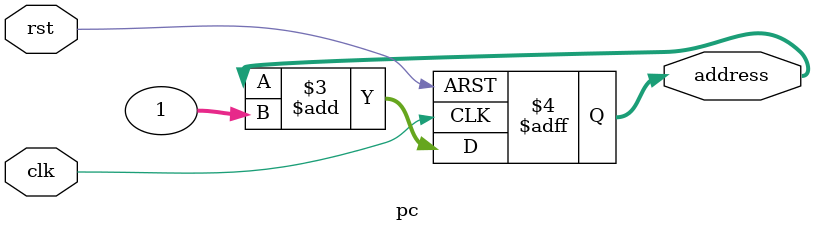
<source format=v>
module pc (
        input rst, clk,
        output reg [31:0] address
);
    always @ (negedge rst or posedge clk) begin
        if (!rst) address = 0;
        else address = address + 1;
    end
endmodule
</source>
